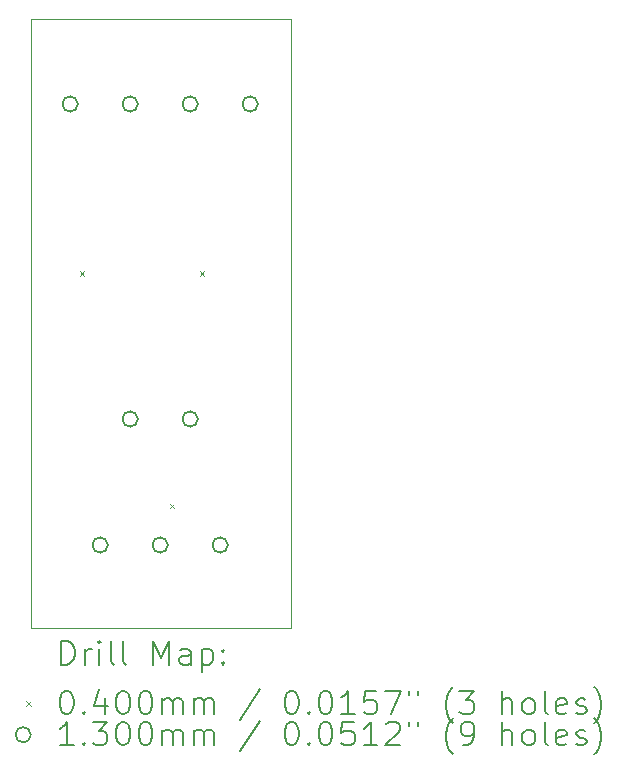
<source format=gbr>
%FSLAX45Y45*%
G04 Gerber Fmt 4.5, Leading zero omitted, Abs format (unit mm)*
G04 Created by KiCad (PCBNEW (6.0.1)) date 2022-03-17 16:21:22*
%MOMM*%
%LPD*%
G01*
G04 APERTURE LIST*
%TA.AperFunction,Profile*%
%ADD10C,0.050000*%
%TD*%
%ADD11C,0.200000*%
%ADD12C,0.040000*%
%ADD13C,0.130000*%
G04 APERTURE END LIST*
D10*
X15865200Y-5016500D02*
X15865200Y-10173600D01*
X13665200Y-10173600D02*
X15865200Y-10173600D01*
X13665200Y-5016500D02*
X13665200Y-10173600D01*
X13665200Y-5016500D02*
X15865200Y-5016500D01*
D11*
D12*
X14077000Y-7155500D02*
X14117000Y-7195500D01*
X14117000Y-7155500D02*
X14077000Y-7195500D01*
X14839000Y-9124000D02*
X14879000Y-9164000D01*
X14879000Y-9124000D02*
X14839000Y-9164000D01*
X15093000Y-7155500D02*
X15133000Y-7195500D01*
X15133000Y-7155500D02*
X15093000Y-7195500D01*
D13*
X14060400Y-5740400D02*
G75*
G03*
X14060400Y-5740400I-65000J0D01*
G01*
X14314400Y-9474200D02*
G75*
G03*
X14314400Y-9474200I-65000J0D01*
G01*
X14568400Y-5740400D02*
G75*
G03*
X14568400Y-5740400I-65000J0D01*
G01*
X14568400Y-8407400D02*
G75*
G03*
X14568400Y-8407400I-65000J0D01*
G01*
X14822400Y-9474200D02*
G75*
G03*
X14822400Y-9474200I-65000J0D01*
G01*
X15076400Y-5740400D02*
G75*
G03*
X15076400Y-5740400I-65000J0D01*
G01*
X15076400Y-8407400D02*
G75*
G03*
X15076400Y-8407400I-65000J0D01*
G01*
X15330400Y-9474200D02*
G75*
G03*
X15330400Y-9474200I-65000J0D01*
G01*
X15584400Y-5740400D02*
G75*
G03*
X15584400Y-5740400I-65000J0D01*
G01*
D11*
X13920319Y-10486576D02*
X13920319Y-10286576D01*
X13967938Y-10286576D01*
X13996509Y-10296100D01*
X14015557Y-10315148D01*
X14025081Y-10334195D01*
X14034605Y-10372290D01*
X14034605Y-10400862D01*
X14025081Y-10438957D01*
X14015557Y-10458005D01*
X13996509Y-10477052D01*
X13967938Y-10486576D01*
X13920319Y-10486576D01*
X14120319Y-10486576D02*
X14120319Y-10353243D01*
X14120319Y-10391338D02*
X14129843Y-10372290D01*
X14139367Y-10362767D01*
X14158414Y-10353243D01*
X14177462Y-10353243D01*
X14244128Y-10486576D02*
X14244128Y-10353243D01*
X14244128Y-10286576D02*
X14234605Y-10296100D01*
X14244128Y-10305624D01*
X14253652Y-10296100D01*
X14244128Y-10286576D01*
X14244128Y-10305624D01*
X14367938Y-10486576D02*
X14348890Y-10477052D01*
X14339367Y-10458005D01*
X14339367Y-10286576D01*
X14472700Y-10486576D02*
X14453652Y-10477052D01*
X14444128Y-10458005D01*
X14444128Y-10286576D01*
X14701271Y-10486576D02*
X14701271Y-10286576D01*
X14767938Y-10429433D01*
X14834605Y-10286576D01*
X14834605Y-10486576D01*
X15015557Y-10486576D02*
X15015557Y-10381814D01*
X15006033Y-10362767D01*
X14986986Y-10353243D01*
X14948890Y-10353243D01*
X14929843Y-10362767D01*
X15015557Y-10477052D02*
X14996509Y-10486576D01*
X14948890Y-10486576D01*
X14929843Y-10477052D01*
X14920319Y-10458005D01*
X14920319Y-10438957D01*
X14929843Y-10419910D01*
X14948890Y-10410386D01*
X14996509Y-10410386D01*
X15015557Y-10400862D01*
X15110795Y-10353243D02*
X15110795Y-10553243D01*
X15110795Y-10362767D02*
X15129843Y-10353243D01*
X15167938Y-10353243D01*
X15186986Y-10362767D01*
X15196509Y-10372290D01*
X15206033Y-10391338D01*
X15206033Y-10448481D01*
X15196509Y-10467529D01*
X15186986Y-10477052D01*
X15167938Y-10486576D01*
X15129843Y-10486576D01*
X15110795Y-10477052D01*
X15291748Y-10467529D02*
X15301271Y-10477052D01*
X15291748Y-10486576D01*
X15282224Y-10477052D01*
X15291748Y-10467529D01*
X15291748Y-10486576D01*
X15291748Y-10362767D02*
X15301271Y-10372290D01*
X15291748Y-10381814D01*
X15282224Y-10372290D01*
X15291748Y-10362767D01*
X15291748Y-10381814D01*
D12*
X13622700Y-10796100D02*
X13662700Y-10836100D01*
X13662700Y-10796100D02*
X13622700Y-10836100D01*
D11*
X13958414Y-10706576D02*
X13977462Y-10706576D01*
X13996509Y-10716100D01*
X14006033Y-10725624D01*
X14015557Y-10744671D01*
X14025081Y-10782767D01*
X14025081Y-10830386D01*
X14015557Y-10868481D01*
X14006033Y-10887529D01*
X13996509Y-10897052D01*
X13977462Y-10906576D01*
X13958414Y-10906576D01*
X13939367Y-10897052D01*
X13929843Y-10887529D01*
X13920319Y-10868481D01*
X13910795Y-10830386D01*
X13910795Y-10782767D01*
X13920319Y-10744671D01*
X13929843Y-10725624D01*
X13939367Y-10716100D01*
X13958414Y-10706576D01*
X14110795Y-10887529D02*
X14120319Y-10897052D01*
X14110795Y-10906576D01*
X14101271Y-10897052D01*
X14110795Y-10887529D01*
X14110795Y-10906576D01*
X14291748Y-10773243D02*
X14291748Y-10906576D01*
X14244128Y-10697052D02*
X14196509Y-10839910D01*
X14320319Y-10839910D01*
X14434605Y-10706576D02*
X14453652Y-10706576D01*
X14472700Y-10716100D01*
X14482224Y-10725624D01*
X14491748Y-10744671D01*
X14501271Y-10782767D01*
X14501271Y-10830386D01*
X14491748Y-10868481D01*
X14482224Y-10887529D01*
X14472700Y-10897052D01*
X14453652Y-10906576D01*
X14434605Y-10906576D01*
X14415557Y-10897052D01*
X14406033Y-10887529D01*
X14396509Y-10868481D01*
X14386986Y-10830386D01*
X14386986Y-10782767D01*
X14396509Y-10744671D01*
X14406033Y-10725624D01*
X14415557Y-10716100D01*
X14434605Y-10706576D01*
X14625081Y-10706576D02*
X14644128Y-10706576D01*
X14663176Y-10716100D01*
X14672700Y-10725624D01*
X14682224Y-10744671D01*
X14691748Y-10782767D01*
X14691748Y-10830386D01*
X14682224Y-10868481D01*
X14672700Y-10887529D01*
X14663176Y-10897052D01*
X14644128Y-10906576D01*
X14625081Y-10906576D01*
X14606033Y-10897052D01*
X14596509Y-10887529D01*
X14586986Y-10868481D01*
X14577462Y-10830386D01*
X14577462Y-10782767D01*
X14586986Y-10744671D01*
X14596509Y-10725624D01*
X14606033Y-10716100D01*
X14625081Y-10706576D01*
X14777462Y-10906576D02*
X14777462Y-10773243D01*
X14777462Y-10792290D02*
X14786986Y-10782767D01*
X14806033Y-10773243D01*
X14834605Y-10773243D01*
X14853652Y-10782767D01*
X14863176Y-10801814D01*
X14863176Y-10906576D01*
X14863176Y-10801814D02*
X14872700Y-10782767D01*
X14891748Y-10773243D01*
X14920319Y-10773243D01*
X14939367Y-10782767D01*
X14948890Y-10801814D01*
X14948890Y-10906576D01*
X15044128Y-10906576D02*
X15044128Y-10773243D01*
X15044128Y-10792290D02*
X15053652Y-10782767D01*
X15072700Y-10773243D01*
X15101271Y-10773243D01*
X15120319Y-10782767D01*
X15129843Y-10801814D01*
X15129843Y-10906576D01*
X15129843Y-10801814D02*
X15139367Y-10782767D01*
X15158414Y-10773243D01*
X15186986Y-10773243D01*
X15206033Y-10782767D01*
X15215557Y-10801814D01*
X15215557Y-10906576D01*
X15606033Y-10697052D02*
X15434605Y-10954195D01*
X15863176Y-10706576D02*
X15882224Y-10706576D01*
X15901271Y-10716100D01*
X15910795Y-10725624D01*
X15920319Y-10744671D01*
X15929843Y-10782767D01*
X15929843Y-10830386D01*
X15920319Y-10868481D01*
X15910795Y-10887529D01*
X15901271Y-10897052D01*
X15882224Y-10906576D01*
X15863176Y-10906576D01*
X15844128Y-10897052D01*
X15834605Y-10887529D01*
X15825081Y-10868481D01*
X15815557Y-10830386D01*
X15815557Y-10782767D01*
X15825081Y-10744671D01*
X15834605Y-10725624D01*
X15844128Y-10716100D01*
X15863176Y-10706576D01*
X16015557Y-10887529D02*
X16025081Y-10897052D01*
X16015557Y-10906576D01*
X16006033Y-10897052D01*
X16015557Y-10887529D01*
X16015557Y-10906576D01*
X16148890Y-10706576D02*
X16167938Y-10706576D01*
X16186986Y-10716100D01*
X16196509Y-10725624D01*
X16206033Y-10744671D01*
X16215557Y-10782767D01*
X16215557Y-10830386D01*
X16206033Y-10868481D01*
X16196509Y-10887529D01*
X16186986Y-10897052D01*
X16167938Y-10906576D01*
X16148890Y-10906576D01*
X16129843Y-10897052D01*
X16120319Y-10887529D01*
X16110795Y-10868481D01*
X16101271Y-10830386D01*
X16101271Y-10782767D01*
X16110795Y-10744671D01*
X16120319Y-10725624D01*
X16129843Y-10716100D01*
X16148890Y-10706576D01*
X16406033Y-10906576D02*
X16291748Y-10906576D01*
X16348890Y-10906576D02*
X16348890Y-10706576D01*
X16329843Y-10735148D01*
X16310795Y-10754195D01*
X16291748Y-10763719D01*
X16586986Y-10706576D02*
X16491748Y-10706576D01*
X16482224Y-10801814D01*
X16491748Y-10792290D01*
X16510795Y-10782767D01*
X16558414Y-10782767D01*
X16577462Y-10792290D01*
X16586986Y-10801814D01*
X16596509Y-10820862D01*
X16596509Y-10868481D01*
X16586986Y-10887529D01*
X16577462Y-10897052D01*
X16558414Y-10906576D01*
X16510795Y-10906576D01*
X16491748Y-10897052D01*
X16482224Y-10887529D01*
X16663176Y-10706576D02*
X16796510Y-10706576D01*
X16710795Y-10906576D01*
X16863176Y-10706576D02*
X16863176Y-10744671D01*
X16939367Y-10706576D02*
X16939367Y-10744671D01*
X17234605Y-10982767D02*
X17225081Y-10973243D01*
X17206033Y-10944671D01*
X17196510Y-10925624D01*
X17186986Y-10897052D01*
X17177462Y-10849433D01*
X17177462Y-10811338D01*
X17186986Y-10763719D01*
X17196510Y-10735148D01*
X17206033Y-10716100D01*
X17225081Y-10687529D01*
X17234605Y-10678005D01*
X17291748Y-10706576D02*
X17415557Y-10706576D01*
X17348890Y-10782767D01*
X17377462Y-10782767D01*
X17396510Y-10792290D01*
X17406033Y-10801814D01*
X17415557Y-10820862D01*
X17415557Y-10868481D01*
X17406033Y-10887529D01*
X17396510Y-10897052D01*
X17377462Y-10906576D01*
X17320319Y-10906576D01*
X17301271Y-10897052D01*
X17291748Y-10887529D01*
X17653652Y-10906576D02*
X17653652Y-10706576D01*
X17739367Y-10906576D02*
X17739367Y-10801814D01*
X17729843Y-10782767D01*
X17710795Y-10773243D01*
X17682224Y-10773243D01*
X17663176Y-10782767D01*
X17653652Y-10792290D01*
X17863176Y-10906576D02*
X17844129Y-10897052D01*
X17834605Y-10887529D01*
X17825081Y-10868481D01*
X17825081Y-10811338D01*
X17834605Y-10792290D01*
X17844129Y-10782767D01*
X17863176Y-10773243D01*
X17891748Y-10773243D01*
X17910795Y-10782767D01*
X17920319Y-10792290D01*
X17929843Y-10811338D01*
X17929843Y-10868481D01*
X17920319Y-10887529D01*
X17910795Y-10897052D01*
X17891748Y-10906576D01*
X17863176Y-10906576D01*
X18044129Y-10906576D02*
X18025081Y-10897052D01*
X18015557Y-10878005D01*
X18015557Y-10706576D01*
X18196510Y-10897052D02*
X18177462Y-10906576D01*
X18139367Y-10906576D01*
X18120319Y-10897052D01*
X18110795Y-10878005D01*
X18110795Y-10801814D01*
X18120319Y-10782767D01*
X18139367Y-10773243D01*
X18177462Y-10773243D01*
X18196510Y-10782767D01*
X18206033Y-10801814D01*
X18206033Y-10820862D01*
X18110795Y-10839910D01*
X18282224Y-10897052D02*
X18301271Y-10906576D01*
X18339367Y-10906576D01*
X18358414Y-10897052D01*
X18367938Y-10878005D01*
X18367938Y-10868481D01*
X18358414Y-10849433D01*
X18339367Y-10839910D01*
X18310795Y-10839910D01*
X18291748Y-10830386D01*
X18282224Y-10811338D01*
X18282224Y-10801814D01*
X18291748Y-10782767D01*
X18310795Y-10773243D01*
X18339367Y-10773243D01*
X18358414Y-10782767D01*
X18434605Y-10982767D02*
X18444129Y-10973243D01*
X18463176Y-10944671D01*
X18472700Y-10925624D01*
X18482224Y-10897052D01*
X18491748Y-10849433D01*
X18491748Y-10811338D01*
X18482224Y-10763719D01*
X18472700Y-10735148D01*
X18463176Y-10716100D01*
X18444129Y-10687529D01*
X18434605Y-10678005D01*
D13*
X13662700Y-11080100D02*
G75*
G03*
X13662700Y-11080100I-65000J0D01*
G01*
D11*
X14025081Y-11170576D02*
X13910795Y-11170576D01*
X13967938Y-11170576D02*
X13967938Y-10970576D01*
X13948890Y-10999148D01*
X13929843Y-11018195D01*
X13910795Y-11027719D01*
X14110795Y-11151529D02*
X14120319Y-11161052D01*
X14110795Y-11170576D01*
X14101271Y-11161052D01*
X14110795Y-11151529D01*
X14110795Y-11170576D01*
X14186986Y-10970576D02*
X14310795Y-10970576D01*
X14244128Y-11046767D01*
X14272700Y-11046767D01*
X14291748Y-11056290D01*
X14301271Y-11065814D01*
X14310795Y-11084862D01*
X14310795Y-11132481D01*
X14301271Y-11151529D01*
X14291748Y-11161052D01*
X14272700Y-11170576D01*
X14215557Y-11170576D01*
X14196509Y-11161052D01*
X14186986Y-11151529D01*
X14434605Y-10970576D02*
X14453652Y-10970576D01*
X14472700Y-10980100D01*
X14482224Y-10989624D01*
X14491748Y-11008671D01*
X14501271Y-11046767D01*
X14501271Y-11094386D01*
X14491748Y-11132481D01*
X14482224Y-11151529D01*
X14472700Y-11161052D01*
X14453652Y-11170576D01*
X14434605Y-11170576D01*
X14415557Y-11161052D01*
X14406033Y-11151529D01*
X14396509Y-11132481D01*
X14386986Y-11094386D01*
X14386986Y-11046767D01*
X14396509Y-11008671D01*
X14406033Y-10989624D01*
X14415557Y-10980100D01*
X14434605Y-10970576D01*
X14625081Y-10970576D02*
X14644128Y-10970576D01*
X14663176Y-10980100D01*
X14672700Y-10989624D01*
X14682224Y-11008671D01*
X14691748Y-11046767D01*
X14691748Y-11094386D01*
X14682224Y-11132481D01*
X14672700Y-11151529D01*
X14663176Y-11161052D01*
X14644128Y-11170576D01*
X14625081Y-11170576D01*
X14606033Y-11161052D01*
X14596509Y-11151529D01*
X14586986Y-11132481D01*
X14577462Y-11094386D01*
X14577462Y-11046767D01*
X14586986Y-11008671D01*
X14596509Y-10989624D01*
X14606033Y-10980100D01*
X14625081Y-10970576D01*
X14777462Y-11170576D02*
X14777462Y-11037243D01*
X14777462Y-11056290D02*
X14786986Y-11046767D01*
X14806033Y-11037243D01*
X14834605Y-11037243D01*
X14853652Y-11046767D01*
X14863176Y-11065814D01*
X14863176Y-11170576D01*
X14863176Y-11065814D02*
X14872700Y-11046767D01*
X14891748Y-11037243D01*
X14920319Y-11037243D01*
X14939367Y-11046767D01*
X14948890Y-11065814D01*
X14948890Y-11170576D01*
X15044128Y-11170576D02*
X15044128Y-11037243D01*
X15044128Y-11056290D02*
X15053652Y-11046767D01*
X15072700Y-11037243D01*
X15101271Y-11037243D01*
X15120319Y-11046767D01*
X15129843Y-11065814D01*
X15129843Y-11170576D01*
X15129843Y-11065814D02*
X15139367Y-11046767D01*
X15158414Y-11037243D01*
X15186986Y-11037243D01*
X15206033Y-11046767D01*
X15215557Y-11065814D01*
X15215557Y-11170576D01*
X15606033Y-10961052D02*
X15434605Y-11218195D01*
X15863176Y-10970576D02*
X15882224Y-10970576D01*
X15901271Y-10980100D01*
X15910795Y-10989624D01*
X15920319Y-11008671D01*
X15929843Y-11046767D01*
X15929843Y-11094386D01*
X15920319Y-11132481D01*
X15910795Y-11151529D01*
X15901271Y-11161052D01*
X15882224Y-11170576D01*
X15863176Y-11170576D01*
X15844128Y-11161052D01*
X15834605Y-11151529D01*
X15825081Y-11132481D01*
X15815557Y-11094386D01*
X15815557Y-11046767D01*
X15825081Y-11008671D01*
X15834605Y-10989624D01*
X15844128Y-10980100D01*
X15863176Y-10970576D01*
X16015557Y-11151529D02*
X16025081Y-11161052D01*
X16015557Y-11170576D01*
X16006033Y-11161052D01*
X16015557Y-11151529D01*
X16015557Y-11170576D01*
X16148890Y-10970576D02*
X16167938Y-10970576D01*
X16186986Y-10980100D01*
X16196509Y-10989624D01*
X16206033Y-11008671D01*
X16215557Y-11046767D01*
X16215557Y-11094386D01*
X16206033Y-11132481D01*
X16196509Y-11151529D01*
X16186986Y-11161052D01*
X16167938Y-11170576D01*
X16148890Y-11170576D01*
X16129843Y-11161052D01*
X16120319Y-11151529D01*
X16110795Y-11132481D01*
X16101271Y-11094386D01*
X16101271Y-11046767D01*
X16110795Y-11008671D01*
X16120319Y-10989624D01*
X16129843Y-10980100D01*
X16148890Y-10970576D01*
X16396509Y-10970576D02*
X16301271Y-10970576D01*
X16291748Y-11065814D01*
X16301271Y-11056290D01*
X16320319Y-11046767D01*
X16367938Y-11046767D01*
X16386986Y-11056290D01*
X16396509Y-11065814D01*
X16406033Y-11084862D01*
X16406033Y-11132481D01*
X16396509Y-11151529D01*
X16386986Y-11161052D01*
X16367938Y-11170576D01*
X16320319Y-11170576D01*
X16301271Y-11161052D01*
X16291748Y-11151529D01*
X16596509Y-11170576D02*
X16482224Y-11170576D01*
X16539367Y-11170576D02*
X16539367Y-10970576D01*
X16520319Y-10999148D01*
X16501271Y-11018195D01*
X16482224Y-11027719D01*
X16672700Y-10989624D02*
X16682224Y-10980100D01*
X16701271Y-10970576D01*
X16748890Y-10970576D01*
X16767938Y-10980100D01*
X16777462Y-10989624D01*
X16786986Y-11008671D01*
X16786986Y-11027719D01*
X16777462Y-11056290D01*
X16663176Y-11170576D01*
X16786986Y-11170576D01*
X16863176Y-10970576D02*
X16863176Y-11008671D01*
X16939367Y-10970576D02*
X16939367Y-11008671D01*
X17234605Y-11246767D02*
X17225081Y-11237243D01*
X17206033Y-11208671D01*
X17196510Y-11189624D01*
X17186986Y-11161052D01*
X17177462Y-11113433D01*
X17177462Y-11075338D01*
X17186986Y-11027719D01*
X17196510Y-10999148D01*
X17206033Y-10980100D01*
X17225081Y-10951529D01*
X17234605Y-10942005D01*
X17320319Y-11170576D02*
X17358414Y-11170576D01*
X17377462Y-11161052D01*
X17386986Y-11151529D01*
X17406033Y-11122957D01*
X17415557Y-11084862D01*
X17415557Y-11008671D01*
X17406033Y-10989624D01*
X17396510Y-10980100D01*
X17377462Y-10970576D01*
X17339367Y-10970576D01*
X17320319Y-10980100D01*
X17310795Y-10989624D01*
X17301271Y-11008671D01*
X17301271Y-11056290D01*
X17310795Y-11075338D01*
X17320319Y-11084862D01*
X17339367Y-11094386D01*
X17377462Y-11094386D01*
X17396510Y-11084862D01*
X17406033Y-11075338D01*
X17415557Y-11056290D01*
X17653652Y-11170576D02*
X17653652Y-10970576D01*
X17739367Y-11170576D02*
X17739367Y-11065814D01*
X17729843Y-11046767D01*
X17710795Y-11037243D01*
X17682224Y-11037243D01*
X17663176Y-11046767D01*
X17653652Y-11056290D01*
X17863176Y-11170576D02*
X17844129Y-11161052D01*
X17834605Y-11151529D01*
X17825081Y-11132481D01*
X17825081Y-11075338D01*
X17834605Y-11056290D01*
X17844129Y-11046767D01*
X17863176Y-11037243D01*
X17891748Y-11037243D01*
X17910795Y-11046767D01*
X17920319Y-11056290D01*
X17929843Y-11075338D01*
X17929843Y-11132481D01*
X17920319Y-11151529D01*
X17910795Y-11161052D01*
X17891748Y-11170576D01*
X17863176Y-11170576D01*
X18044129Y-11170576D02*
X18025081Y-11161052D01*
X18015557Y-11142005D01*
X18015557Y-10970576D01*
X18196510Y-11161052D02*
X18177462Y-11170576D01*
X18139367Y-11170576D01*
X18120319Y-11161052D01*
X18110795Y-11142005D01*
X18110795Y-11065814D01*
X18120319Y-11046767D01*
X18139367Y-11037243D01*
X18177462Y-11037243D01*
X18196510Y-11046767D01*
X18206033Y-11065814D01*
X18206033Y-11084862D01*
X18110795Y-11103910D01*
X18282224Y-11161052D02*
X18301271Y-11170576D01*
X18339367Y-11170576D01*
X18358414Y-11161052D01*
X18367938Y-11142005D01*
X18367938Y-11132481D01*
X18358414Y-11113433D01*
X18339367Y-11103910D01*
X18310795Y-11103910D01*
X18291748Y-11094386D01*
X18282224Y-11075338D01*
X18282224Y-11065814D01*
X18291748Y-11046767D01*
X18310795Y-11037243D01*
X18339367Y-11037243D01*
X18358414Y-11046767D01*
X18434605Y-11246767D02*
X18444129Y-11237243D01*
X18463176Y-11208671D01*
X18472700Y-11189624D01*
X18482224Y-11161052D01*
X18491748Y-11113433D01*
X18491748Y-11075338D01*
X18482224Y-11027719D01*
X18472700Y-10999148D01*
X18463176Y-10980100D01*
X18444129Y-10951529D01*
X18434605Y-10942005D01*
M02*

</source>
